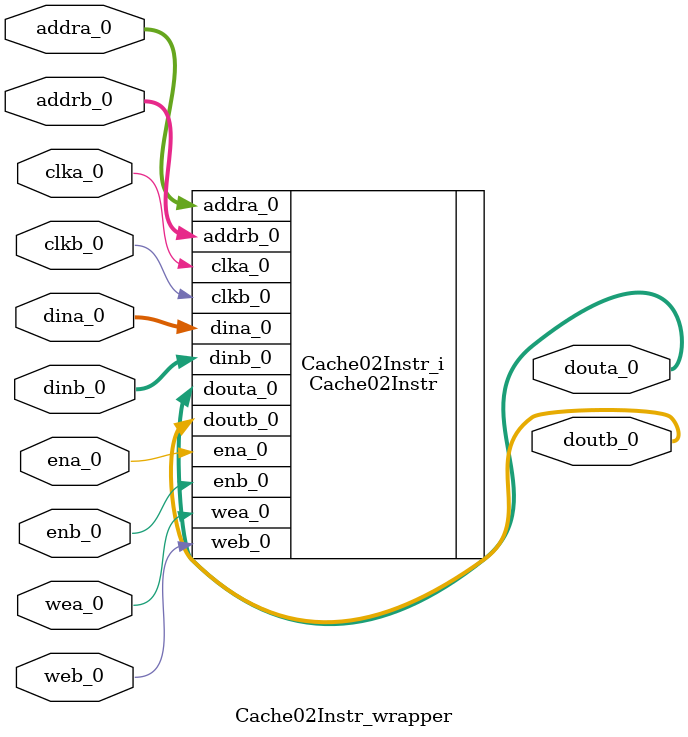
<source format=v>
`timescale 1 ps / 1 ps

module Cache02Instr_wrapper
   (addra_0,
    addrb_0,
    clka_0,
    clkb_0,
    dina_0,
    dinb_0,
    douta_0,
    doutb_0,
    ena_0,
    enb_0,
    wea_0,
    web_0);
  input [4:0]addra_0;
  input [4:0]addrb_0;
  input clka_0;
  input clkb_0;
  input [69:0]dina_0;
  input [69:0]dinb_0;
  output [69:0]douta_0;
  output [69:0]doutb_0;
  input ena_0;
  input enb_0;
  input [0:0]wea_0;
  input [0:0]web_0;

  wire [4:0]addra_0;
  wire [4:0]addrb_0;
  wire clka_0;
  wire clkb_0;
  wire [69:0]dina_0;
  wire [69:0]dinb_0;
  wire [69:0]douta_0;
  wire [69:0]doutb_0;
  wire ena_0;
  wire enb_0;
  wire [0:0]wea_0;
  wire [0:0]web_0;

  Cache02Instr Cache02Instr_i
       (.addra_0(addra_0),
        .addrb_0(addrb_0),
        .clka_0(clka_0),
        .clkb_0(clkb_0),
        .dina_0(dina_0),
        .dinb_0(dinb_0),
        .douta_0(douta_0),
        .doutb_0(doutb_0),
        .ena_0(ena_0),
        .enb_0(enb_0),
        .wea_0(wea_0),
        .web_0(web_0));
endmodule

</source>
